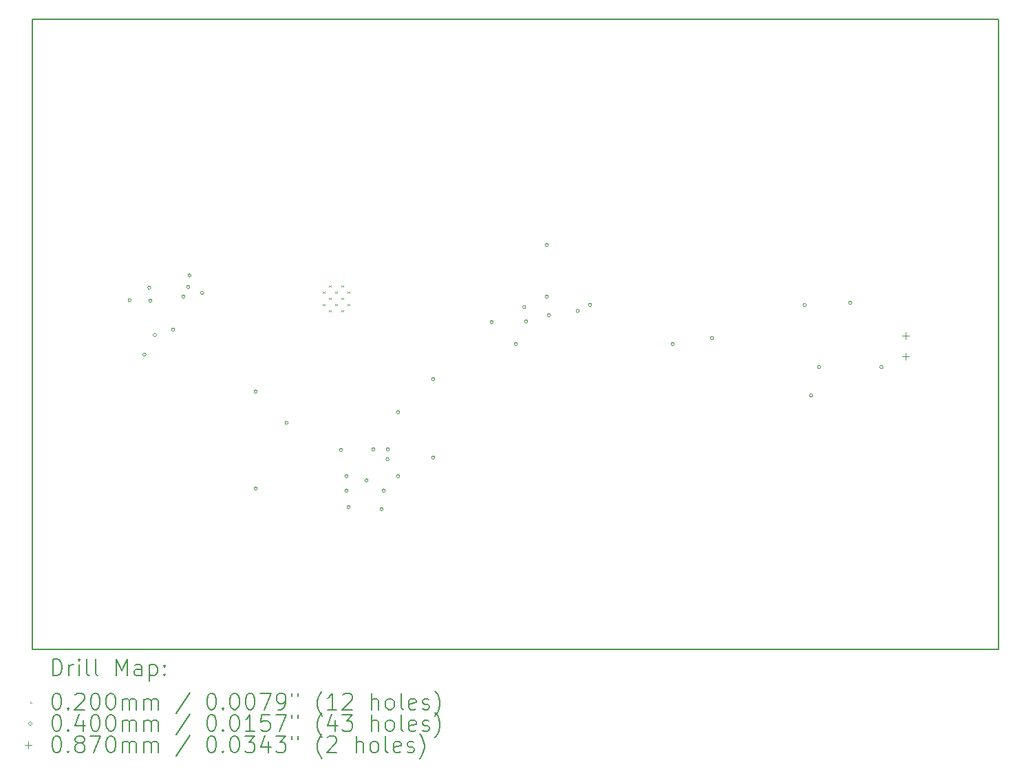
<source format=gbr>
%TF.GenerationSoftware,KiCad,Pcbnew,(6.0.11)*%
%TF.CreationDate,2023-02-28T10:49:57-05:00*%
%TF.ProjectId,RDNT_PCB,52444e54-5f50-4434-922e-6b696361645f,rev?*%
%TF.SameCoordinates,Original*%
%TF.FileFunction,Drillmap*%
%TF.FilePolarity,Positive*%
%FSLAX45Y45*%
G04 Gerber Fmt 4.5, Leading zero omitted, Abs format (unit mm)*
G04 Created by KiCad (PCBNEW (6.0.11)) date 2023-02-28 10:49:57*
%MOMM*%
%LPD*%
G01*
G04 APERTURE LIST*
%ADD10C,0.200000*%
%ADD11C,0.020000*%
%ADD12C,0.040000*%
%ADD13C,0.087000*%
G04 APERTURE END LIST*
D10*
X7010400Y-6565900D02*
X18897600Y-6565900D01*
X18897600Y-14325600D02*
X7010400Y-14325600D01*
X18897600Y-6565900D02*
X18897600Y-14325600D01*
X7010400Y-14325600D02*
X7010400Y-6565900D01*
D11*
X10581700Y-9921350D02*
X10601700Y-9941350D01*
X10601700Y-9921350D02*
X10581700Y-9941350D01*
X10581700Y-10073850D02*
X10601700Y-10093850D01*
X10601700Y-10073850D02*
X10581700Y-10093850D01*
X10657950Y-9845100D02*
X10677950Y-9865100D01*
X10677950Y-9845100D02*
X10657950Y-9865100D01*
X10657950Y-9997600D02*
X10677950Y-10017600D01*
X10677950Y-9997600D02*
X10657950Y-10017600D01*
X10657950Y-10150100D02*
X10677950Y-10170100D01*
X10677950Y-10150100D02*
X10657950Y-10170100D01*
X10734200Y-9921350D02*
X10754200Y-9941350D01*
X10754200Y-9921350D02*
X10734200Y-9941350D01*
X10734200Y-10073850D02*
X10754200Y-10093850D01*
X10754200Y-10073850D02*
X10734200Y-10093850D01*
X10810450Y-9845100D02*
X10830450Y-9865100D01*
X10830450Y-9845100D02*
X10810450Y-9865100D01*
X10810450Y-9997600D02*
X10830450Y-10017600D01*
X10830450Y-9997600D02*
X10810450Y-10017600D01*
X10810450Y-10150100D02*
X10830450Y-10170100D01*
X10830450Y-10150100D02*
X10810450Y-10170100D01*
X10886700Y-9921350D02*
X10906700Y-9941350D01*
X10906700Y-9921350D02*
X10886700Y-9941350D01*
X10886700Y-10073850D02*
X10906700Y-10093850D01*
X10906700Y-10073850D02*
X10886700Y-10093850D01*
D12*
X8224200Y-10027000D02*
G75*
G03*
X8224200Y-10027000I-20000J0D01*
G01*
X8405420Y-10696820D02*
G75*
G03*
X8405420Y-10696820I-20000J0D01*
G01*
X8465500Y-9872980D02*
G75*
G03*
X8465500Y-9872980I-20000J0D01*
G01*
X8478200Y-10033000D02*
G75*
G03*
X8478200Y-10033000I-20000J0D01*
G01*
X8534080Y-10454640D02*
G75*
G03*
X8534080Y-10454640I-20000J0D01*
G01*
X8757600Y-10388600D02*
G75*
G03*
X8757600Y-10388600I-20000J0D01*
G01*
X8884600Y-9982200D02*
G75*
G03*
X8884600Y-9982200I-20000J0D01*
G01*
X8945560Y-9865360D02*
G75*
G03*
X8945560Y-9865360I-20000J0D01*
G01*
X8960800Y-9721900D02*
G75*
G03*
X8960800Y-9721900I-20000J0D01*
G01*
X9116620Y-9937360D02*
G75*
G03*
X9116620Y-9937360I-20000J0D01*
G01*
X9773600Y-11150600D02*
G75*
G03*
X9773600Y-11150600I-20000J0D01*
G01*
X9773600Y-12344400D02*
G75*
G03*
X9773600Y-12344400I-20000J0D01*
G01*
X10154600Y-11536680D02*
G75*
G03*
X10154600Y-11536680I-20000J0D01*
G01*
X10825160Y-11871960D02*
G75*
G03*
X10825160Y-11871960I-20000J0D01*
G01*
X10891200Y-12192000D02*
G75*
G03*
X10891200Y-12192000I-20000J0D01*
G01*
X10891200Y-12369800D02*
G75*
G03*
X10891200Y-12369800I-20000J0D01*
G01*
X10916600Y-12573000D02*
G75*
G03*
X10916600Y-12573000I-20000J0D01*
G01*
X11139633Y-12243633D02*
G75*
G03*
X11139633Y-12243633I-20000J0D01*
G01*
X11221400Y-11861800D02*
G75*
G03*
X11221400Y-11861800I-20000J0D01*
G01*
X11323000Y-12598400D02*
G75*
G03*
X11323000Y-12598400I-20000J0D01*
G01*
X11348400Y-12369800D02*
G75*
G03*
X11348400Y-12369800I-20000J0D01*
G01*
X11396833Y-11986433D02*
G75*
G03*
X11396833Y-11986433I-20000J0D01*
G01*
X11399200Y-11861800D02*
G75*
G03*
X11399200Y-11861800I-20000J0D01*
G01*
X11526200Y-11404600D02*
G75*
G03*
X11526200Y-11404600I-20000J0D01*
G01*
X11526200Y-12192000D02*
G75*
G03*
X11526200Y-12192000I-20000J0D01*
G01*
X11958000Y-10998200D02*
G75*
G03*
X11958000Y-10998200I-20000J0D01*
G01*
X11958000Y-11963400D02*
G75*
G03*
X11958000Y-11963400I-20000J0D01*
G01*
X12679533Y-10297333D02*
G75*
G03*
X12679533Y-10297333I-20000J0D01*
G01*
X12974000Y-10566400D02*
G75*
G03*
X12974000Y-10566400I-20000J0D01*
G01*
X13077967Y-10111567D02*
G75*
G03*
X13077967Y-10111567I-20000J0D01*
G01*
X13101000Y-10288010D02*
G75*
G03*
X13101000Y-10288010I-20000J0D01*
G01*
X13355000Y-9347200D02*
G75*
G03*
X13355000Y-9347200I-20000J0D01*
G01*
X13355000Y-9982200D02*
G75*
G03*
X13355000Y-9982200I-20000J0D01*
G01*
X13380400Y-10210800D02*
G75*
G03*
X13380400Y-10210800I-20000J0D01*
G01*
X13736430Y-10159570D02*
G75*
G03*
X13736430Y-10159570I-20000J0D01*
G01*
X13888400Y-10083800D02*
G75*
G03*
X13888400Y-10083800I-20000J0D01*
G01*
X14904400Y-10566400D02*
G75*
G03*
X14904400Y-10566400I-20000J0D01*
G01*
X15388420Y-10492740D02*
G75*
G03*
X15388420Y-10492740I-20000J0D01*
G01*
X16527720Y-10087090D02*
G75*
G03*
X16527720Y-10087090I-20000J0D01*
G01*
X16606200Y-11200390D02*
G75*
G03*
X16606200Y-11200390I-20000J0D01*
G01*
X16707620Y-10848340D02*
G75*
G03*
X16707620Y-10848340I-20000J0D01*
G01*
X17088800Y-10058400D02*
G75*
G03*
X17088800Y-10058400I-20000J0D01*
G01*
X17472340Y-10848340D02*
G75*
G03*
X17472340Y-10848340I-20000J0D01*
G01*
D13*
X17752720Y-10423840D02*
X17752720Y-10510840D01*
X17709220Y-10467340D02*
X17796220Y-10467340D01*
X17752720Y-10677840D02*
X17752720Y-10764840D01*
X17709220Y-10721340D02*
X17796220Y-10721340D01*
D10*
X7258019Y-14646076D02*
X7258019Y-14446076D01*
X7305638Y-14446076D01*
X7334209Y-14455600D01*
X7353257Y-14474648D01*
X7362781Y-14493695D01*
X7372305Y-14531790D01*
X7372305Y-14560362D01*
X7362781Y-14598457D01*
X7353257Y-14617505D01*
X7334209Y-14636552D01*
X7305638Y-14646076D01*
X7258019Y-14646076D01*
X7458019Y-14646076D02*
X7458019Y-14512743D01*
X7458019Y-14550838D02*
X7467543Y-14531790D01*
X7477067Y-14522267D01*
X7496114Y-14512743D01*
X7515162Y-14512743D01*
X7581828Y-14646076D02*
X7581828Y-14512743D01*
X7581828Y-14446076D02*
X7572305Y-14455600D01*
X7581828Y-14465124D01*
X7591352Y-14455600D01*
X7581828Y-14446076D01*
X7581828Y-14465124D01*
X7705638Y-14646076D02*
X7686590Y-14636552D01*
X7677067Y-14617505D01*
X7677067Y-14446076D01*
X7810400Y-14646076D02*
X7791352Y-14636552D01*
X7781828Y-14617505D01*
X7781828Y-14446076D01*
X8038971Y-14646076D02*
X8038971Y-14446076D01*
X8105638Y-14588933D01*
X8172305Y-14446076D01*
X8172305Y-14646076D01*
X8353257Y-14646076D02*
X8353257Y-14541314D01*
X8343733Y-14522267D01*
X8324686Y-14512743D01*
X8286590Y-14512743D01*
X8267543Y-14522267D01*
X8353257Y-14636552D02*
X8334209Y-14646076D01*
X8286590Y-14646076D01*
X8267543Y-14636552D01*
X8258019Y-14617505D01*
X8258019Y-14598457D01*
X8267543Y-14579409D01*
X8286590Y-14569886D01*
X8334209Y-14569886D01*
X8353257Y-14560362D01*
X8448495Y-14512743D02*
X8448495Y-14712743D01*
X8448495Y-14522267D02*
X8467543Y-14512743D01*
X8505638Y-14512743D01*
X8524686Y-14522267D01*
X8534210Y-14531790D01*
X8543733Y-14550838D01*
X8543733Y-14607981D01*
X8534210Y-14627028D01*
X8524686Y-14636552D01*
X8505638Y-14646076D01*
X8467543Y-14646076D01*
X8448495Y-14636552D01*
X8629448Y-14627028D02*
X8638971Y-14636552D01*
X8629448Y-14646076D01*
X8619924Y-14636552D01*
X8629448Y-14627028D01*
X8629448Y-14646076D01*
X8629448Y-14522267D02*
X8638971Y-14531790D01*
X8629448Y-14541314D01*
X8619924Y-14531790D01*
X8629448Y-14522267D01*
X8629448Y-14541314D01*
D11*
X6980400Y-14965600D02*
X7000400Y-14985600D01*
X7000400Y-14965600D02*
X6980400Y-14985600D01*
D10*
X7296114Y-14866076D02*
X7315162Y-14866076D01*
X7334209Y-14875600D01*
X7343733Y-14885124D01*
X7353257Y-14904171D01*
X7362781Y-14942267D01*
X7362781Y-14989886D01*
X7353257Y-15027981D01*
X7343733Y-15047028D01*
X7334209Y-15056552D01*
X7315162Y-15066076D01*
X7296114Y-15066076D01*
X7277067Y-15056552D01*
X7267543Y-15047028D01*
X7258019Y-15027981D01*
X7248495Y-14989886D01*
X7248495Y-14942267D01*
X7258019Y-14904171D01*
X7267543Y-14885124D01*
X7277067Y-14875600D01*
X7296114Y-14866076D01*
X7448495Y-15047028D02*
X7458019Y-15056552D01*
X7448495Y-15066076D01*
X7438971Y-15056552D01*
X7448495Y-15047028D01*
X7448495Y-15066076D01*
X7534209Y-14885124D02*
X7543733Y-14875600D01*
X7562781Y-14866076D01*
X7610400Y-14866076D01*
X7629448Y-14875600D01*
X7638971Y-14885124D01*
X7648495Y-14904171D01*
X7648495Y-14923219D01*
X7638971Y-14951790D01*
X7524686Y-15066076D01*
X7648495Y-15066076D01*
X7772305Y-14866076D02*
X7791352Y-14866076D01*
X7810400Y-14875600D01*
X7819924Y-14885124D01*
X7829448Y-14904171D01*
X7838971Y-14942267D01*
X7838971Y-14989886D01*
X7829448Y-15027981D01*
X7819924Y-15047028D01*
X7810400Y-15056552D01*
X7791352Y-15066076D01*
X7772305Y-15066076D01*
X7753257Y-15056552D01*
X7743733Y-15047028D01*
X7734209Y-15027981D01*
X7724686Y-14989886D01*
X7724686Y-14942267D01*
X7734209Y-14904171D01*
X7743733Y-14885124D01*
X7753257Y-14875600D01*
X7772305Y-14866076D01*
X7962781Y-14866076D02*
X7981828Y-14866076D01*
X8000876Y-14875600D01*
X8010400Y-14885124D01*
X8019924Y-14904171D01*
X8029448Y-14942267D01*
X8029448Y-14989886D01*
X8019924Y-15027981D01*
X8010400Y-15047028D01*
X8000876Y-15056552D01*
X7981828Y-15066076D01*
X7962781Y-15066076D01*
X7943733Y-15056552D01*
X7934209Y-15047028D01*
X7924686Y-15027981D01*
X7915162Y-14989886D01*
X7915162Y-14942267D01*
X7924686Y-14904171D01*
X7934209Y-14885124D01*
X7943733Y-14875600D01*
X7962781Y-14866076D01*
X8115162Y-15066076D02*
X8115162Y-14932743D01*
X8115162Y-14951790D02*
X8124686Y-14942267D01*
X8143733Y-14932743D01*
X8172305Y-14932743D01*
X8191352Y-14942267D01*
X8200876Y-14961314D01*
X8200876Y-15066076D01*
X8200876Y-14961314D02*
X8210400Y-14942267D01*
X8229448Y-14932743D01*
X8258019Y-14932743D01*
X8277067Y-14942267D01*
X8286590Y-14961314D01*
X8286590Y-15066076D01*
X8381828Y-15066076D02*
X8381828Y-14932743D01*
X8381828Y-14951790D02*
X8391352Y-14942267D01*
X8410400Y-14932743D01*
X8438971Y-14932743D01*
X8458019Y-14942267D01*
X8467543Y-14961314D01*
X8467543Y-15066076D01*
X8467543Y-14961314D02*
X8477067Y-14942267D01*
X8496114Y-14932743D01*
X8524686Y-14932743D01*
X8543733Y-14942267D01*
X8553257Y-14961314D01*
X8553257Y-15066076D01*
X8943733Y-14856552D02*
X8772305Y-15113695D01*
X9200876Y-14866076D02*
X9219924Y-14866076D01*
X9238971Y-14875600D01*
X9248495Y-14885124D01*
X9258019Y-14904171D01*
X9267543Y-14942267D01*
X9267543Y-14989886D01*
X9258019Y-15027981D01*
X9248495Y-15047028D01*
X9238971Y-15056552D01*
X9219924Y-15066076D01*
X9200876Y-15066076D01*
X9181829Y-15056552D01*
X9172305Y-15047028D01*
X9162781Y-15027981D01*
X9153257Y-14989886D01*
X9153257Y-14942267D01*
X9162781Y-14904171D01*
X9172305Y-14885124D01*
X9181829Y-14875600D01*
X9200876Y-14866076D01*
X9353257Y-15047028D02*
X9362781Y-15056552D01*
X9353257Y-15066076D01*
X9343733Y-15056552D01*
X9353257Y-15047028D01*
X9353257Y-15066076D01*
X9486590Y-14866076D02*
X9505638Y-14866076D01*
X9524686Y-14875600D01*
X9534210Y-14885124D01*
X9543733Y-14904171D01*
X9553257Y-14942267D01*
X9553257Y-14989886D01*
X9543733Y-15027981D01*
X9534210Y-15047028D01*
X9524686Y-15056552D01*
X9505638Y-15066076D01*
X9486590Y-15066076D01*
X9467543Y-15056552D01*
X9458019Y-15047028D01*
X9448495Y-15027981D01*
X9438971Y-14989886D01*
X9438971Y-14942267D01*
X9448495Y-14904171D01*
X9458019Y-14885124D01*
X9467543Y-14875600D01*
X9486590Y-14866076D01*
X9677067Y-14866076D02*
X9696114Y-14866076D01*
X9715162Y-14875600D01*
X9724686Y-14885124D01*
X9734210Y-14904171D01*
X9743733Y-14942267D01*
X9743733Y-14989886D01*
X9734210Y-15027981D01*
X9724686Y-15047028D01*
X9715162Y-15056552D01*
X9696114Y-15066076D01*
X9677067Y-15066076D01*
X9658019Y-15056552D01*
X9648495Y-15047028D01*
X9638971Y-15027981D01*
X9629448Y-14989886D01*
X9629448Y-14942267D01*
X9638971Y-14904171D01*
X9648495Y-14885124D01*
X9658019Y-14875600D01*
X9677067Y-14866076D01*
X9810400Y-14866076D02*
X9943733Y-14866076D01*
X9858019Y-15066076D01*
X10029448Y-15066076D02*
X10067543Y-15066076D01*
X10086590Y-15056552D01*
X10096114Y-15047028D01*
X10115162Y-15018457D01*
X10124686Y-14980362D01*
X10124686Y-14904171D01*
X10115162Y-14885124D01*
X10105638Y-14875600D01*
X10086590Y-14866076D01*
X10048495Y-14866076D01*
X10029448Y-14875600D01*
X10019924Y-14885124D01*
X10010400Y-14904171D01*
X10010400Y-14951790D01*
X10019924Y-14970838D01*
X10029448Y-14980362D01*
X10048495Y-14989886D01*
X10086590Y-14989886D01*
X10105638Y-14980362D01*
X10115162Y-14970838D01*
X10124686Y-14951790D01*
X10200876Y-14866076D02*
X10200876Y-14904171D01*
X10277067Y-14866076D02*
X10277067Y-14904171D01*
X10572305Y-15142267D02*
X10562781Y-15132743D01*
X10543733Y-15104171D01*
X10534210Y-15085124D01*
X10524686Y-15056552D01*
X10515162Y-15008933D01*
X10515162Y-14970838D01*
X10524686Y-14923219D01*
X10534210Y-14894648D01*
X10543733Y-14875600D01*
X10562781Y-14847028D01*
X10572305Y-14837505D01*
X10753257Y-15066076D02*
X10638971Y-15066076D01*
X10696114Y-15066076D02*
X10696114Y-14866076D01*
X10677067Y-14894648D01*
X10658019Y-14913695D01*
X10638971Y-14923219D01*
X10829448Y-14885124D02*
X10838971Y-14875600D01*
X10858019Y-14866076D01*
X10905638Y-14866076D01*
X10924686Y-14875600D01*
X10934210Y-14885124D01*
X10943733Y-14904171D01*
X10943733Y-14923219D01*
X10934210Y-14951790D01*
X10819924Y-15066076D01*
X10943733Y-15066076D01*
X11181829Y-15066076D02*
X11181829Y-14866076D01*
X11267543Y-15066076D02*
X11267543Y-14961314D01*
X11258019Y-14942267D01*
X11238971Y-14932743D01*
X11210400Y-14932743D01*
X11191352Y-14942267D01*
X11181829Y-14951790D01*
X11391352Y-15066076D02*
X11372305Y-15056552D01*
X11362781Y-15047028D01*
X11353257Y-15027981D01*
X11353257Y-14970838D01*
X11362781Y-14951790D01*
X11372305Y-14942267D01*
X11391352Y-14932743D01*
X11419924Y-14932743D01*
X11438971Y-14942267D01*
X11448495Y-14951790D01*
X11458019Y-14970838D01*
X11458019Y-15027981D01*
X11448495Y-15047028D01*
X11438971Y-15056552D01*
X11419924Y-15066076D01*
X11391352Y-15066076D01*
X11572305Y-15066076D02*
X11553257Y-15056552D01*
X11543733Y-15037505D01*
X11543733Y-14866076D01*
X11724686Y-15056552D02*
X11705638Y-15066076D01*
X11667543Y-15066076D01*
X11648495Y-15056552D01*
X11638971Y-15037505D01*
X11638971Y-14961314D01*
X11648495Y-14942267D01*
X11667543Y-14932743D01*
X11705638Y-14932743D01*
X11724686Y-14942267D01*
X11734209Y-14961314D01*
X11734209Y-14980362D01*
X11638971Y-14999409D01*
X11810400Y-15056552D02*
X11829448Y-15066076D01*
X11867543Y-15066076D01*
X11886590Y-15056552D01*
X11896114Y-15037505D01*
X11896114Y-15027981D01*
X11886590Y-15008933D01*
X11867543Y-14999409D01*
X11838971Y-14999409D01*
X11819924Y-14989886D01*
X11810400Y-14970838D01*
X11810400Y-14961314D01*
X11819924Y-14942267D01*
X11838971Y-14932743D01*
X11867543Y-14932743D01*
X11886590Y-14942267D01*
X11962781Y-15142267D02*
X11972305Y-15132743D01*
X11991352Y-15104171D01*
X12000876Y-15085124D01*
X12010400Y-15056552D01*
X12019924Y-15008933D01*
X12019924Y-14970838D01*
X12010400Y-14923219D01*
X12000876Y-14894648D01*
X11991352Y-14875600D01*
X11972305Y-14847028D01*
X11962781Y-14837505D01*
D12*
X7000400Y-15239600D02*
G75*
G03*
X7000400Y-15239600I-20000J0D01*
G01*
D10*
X7296114Y-15130076D02*
X7315162Y-15130076D01*
X7334209Y-15139600D01*
X7343733Y-15149124D01*
X7353257Y-15168171D01*
X7362781Y-15206267D01*
X7362781Y-15253886D01*
X7353257Y-15291981D01*
X7343733Y-15311028D01*
X7334209Y-15320552D01*
X7315162Y-15330076D01*
X7296114Y-15330076D01*
X7277067Y-15320552D01*
X7267543Y-15311028D01*
X7258019Y-15291981D01*
X7248495Y-15253886D01*
X7248495Y-15206267D01*
X7258019Y-15168171D01*
X7267543Y-15149124D01*
X7277067Y-15139600D01*
X7296114Y-15130076D01*
X7448495Y-15311028D02*
X7458019Y-15320552D01*
X7448495Y-15330076D01*
X7438971Y-15320552D01*
X7448495Y-15311028D01*
X7448495Y-15330076D01*
X7629448Y-15196743D02*
X7629448Y-15330076D01*
X7581828Y-15120552D02*
X7534209Y-15263409D01*
X7658019Y-15263409D01*
X7772305Y-15130076D02*
X7791352Y-15130076D01*
X7810400Y-15139600D01*
X7819924Y-15149124D01*
X7829448Y-15168171D01*
X7838971Y-15206267D01*
X7838971Y-15253886D01*
X7829448Y-15291981D01*
X7819924Y-15311028D01*
X7810400Y-15320552D01*
X7791352Y-15330076D01*
X7772305Y-15330076D01*
X7753257Y-15320552D01*
X7743733Y-15311028D01*
X7734209Y-15291981D01*
X7724686Y-15253886D01*
X7724686Y-15206267D01*
X7734209Y-15168171D01*
X7743733Y-15149124D01*
X7753257Y-15139600D01*
X7772305Y-15130076D01*
X7962781Y-15130076D02*
X7981828Y-15130076D01*
X8000876Y-15139600D01*
X8010400Y-15149124D01*
X8019924Y-15168171D01*
X8029448Y-15206267D01*
X8029448Y-15253886D01*
X8019924Y-15291981D01*
X8010400Y-15311028D01*
X8000876Y-15320552D01*
X7981828Y-15330076D01*
X7962781Y-15330076D01*
X7943733Y-15320552D01*
X7934209Y-15311028D01*
X7924686Y-15291981D01*
X7915162Y-15253886D01*
X7915162Y-15206267D01*
X7924686Y-15168171D01*
X7934209Y-15149124D01*
X7943733Y-15139600D01*
X7962781Y-15130076D01*
X8115162Y-15330076D02*
X8115162Y-15196743D01*
X8115162Y-15215790D02*
X8124686Y-15206267D01*
X8143733Y-15196743D01*
X8172305Y-15196743D01*
X8191352Y-15206267D01*
X8200876Y-15225314D01*
X8200876Y-15330076D01*
X8200876Y-15225314D02*
X8210400Y-15206267D01*
X8229448Y-15196743D01*
X8258019Y-15196743D01*
X8277067Y-15206267D01*
X8286590Y-15225314D01*
X8286590Y-15330076D01*
X8381828Y-15330076D02*
X8381828Y-15196743D01*
X8381828Y-15215790D02*
X8391352Y-15206267D01*
X8410400Y-15196743D01*
X8438971Y-15196743D01*
X8458019Y-15206267D01*
X8467543Y-15225314D01*
X8467543Y-15330076D01*
X8467543Y-15225314D02*
X8477067Y-15206267D01*
X8496114Y-15196743D01*
X8524686Y-15196743D01*
X8543733Y-15206267D01*
X8553257Y-15225314D01*
X8553257Y-15330076D01*
X8943733Y-15120552D02*
X8772305Y-15377695D01*
X9200876Y-15130076D02*
X9219924Y-15130076D01*
X9238971Y-15139600D01*
X9248495Y-15149124D01*
X9258019Y-15168171D01*
X9267543Y-15206267D01*
X9267543Y-15253886D01*
X9258019Y-15291981D01*
X9248495Y-15311028D01*
X9238971Y-15320552D01*
X9219924Y-15330076D01*
X9200876Y-15330076D01*
X9181829Y-15320552D01*
X9172305Y-15311028D01*
X9162781Y-15291981D01*
X9153257Y-15253886D01*
X9153257Y-15206267D01*
X9162781Y-15168171D01*
X9172305Y-15149124D01*
X9181829Y-15139600D01*
X9200876Y-15130076D01*
X9353257Y-15311028D02*
X9362781Y-15320552D01*
X9353257Y-15330076D01*
X9343733Y-15320552D01*
X9353257Y-15311028D01*
X9353257Y-15330076D01*
X9486590Y-15130076D02*
X9505638Y-15130076D01*
X9524686Y-15139600D01*
X9534210Y-15149124D01*
X9543733Y-15168171D01*
X9553257Y-15206267D01*
X9553257Y-15253886D01*
X9543733Y-15291981D01*
X9534210Y-15311028D01*
X9524686Y-15320552D01*
X9505638Y-15330076D01*
X9486590Y-15330076D01*
X9467543Y-15320552D01*
X9458019Y-15311028D01*
X9448495Y-15291981D01*
X9438971Y-15253886D01*
X9438971Y-15206267D01*
X9448495Y-15168171D01*
X9458019Y-15149124D01*
X9467543Y-15139600D01*
X9486590Y-15130076D01*
X9743733Y-15330076D02*
X9629448Y-15330076D01*
X9686590Y-15330076D02*
X9686590Y-15130076D01*
X9667543Y-15158648D01*
X9648495Y-15177695D01*
X9629448Y-15187219D01*
X9924686Y-15130076D02*
X9829448Y-15130076D01*
X9819924Y-15225314D01*
X9829448Y-15215790D01*
X9848495Y-15206267D01*
X9896114Y-15206267D01*
X9915162Y-15215790D01*
X9924686Y-15225314D01*
X9934210Y-15244362D01*
X9934210Y-15291981D01*
X9924686Y-15311028D01*
X9915162Y-15320552D01*
X9896114Y-15330076D01*
X9848495Y-15330076D01*
X9829448Y-15320552D01*
X9819924Y-15311028D01*
X10000876Y-15130076D02*
X10134210Y-15130076D01*
X10048495Y-15330076D01*
X10200876Y-15130076D02*
X10200876Y-15168171D01*
X10277067Y-15130076D02*
X10277067Y-15168171D01*
X10572305Y-15406267D02*
X10562781Y-15396743D01*
X10543733Y-15368171D01*
X10534210Y-15349124D01*
X10524686Y-15320552D01*
X10515162Y-15272933D01*
X10515162Y-15234838D01*
X10524686Y-15187219D01*
X10534210Y-15158648D01*
X10543733Y-15139600D01*
X10562781Y-15111028D01*
X10572305Y-15101505D01*
X10734210Y-15196743D02*
X10734210Y-15330076D01*
X10686590Y-15120552D02*
X10638971Y-15263409D01*
X10762781Y-15263409D01*
X10819924Y-15130076D02*
X10943733Y-15130076D01*
X10877067Y-15206267D01*
X10905638Y-15206267D01*
X10924686Y-15215790D01*
X10934210Y-15225314D01*
X10943733Y-15244362D01*
X10943733Y-15291981D01*
X10934210Y-15311028D01*
X10924686Y-15320552D01*
X10905638Y-15330076D01*
X10848495Y-15330076D01*
X10829448Y-15320552D01*
X10819924Y-15311028D01*
X11181829Y-15330076D02*
X11181829Y-15130076D01*
X11267543Y-15330076D02*
X11267543Y-15225314D01*
X11258019Y-15206267D01*
X11238971Y-15196743D01*
X11210400Y-15196743D01*
X11191352Y-15206267D01*
X11181829Y-15215790D01*
X11391352Y-15330076D02*
X11372305Y-15320552D01*
X11362781Y-15311028D01*
X11353257Y-15291981D01*
X11353257Y-15234838D01*
X11362781Y-15215790D01*
X11372305Y-15206267D01*
X11391352Y-15196743D01*
X11419924Y-15196743D01*
X11438971Y-15206267D01*
X11448495Y-15215790D01*
X11458019Y-15234838D01*
X11458019Y-15291981D01*
X11448495Y-15311028D01*
X11438971Y-15320552D01*
X11419924Y-15330076D01*
X11391352Y-15330076D01*
X11572305Y-15330076D02*
X11553257Y-15320552D01*
X11543733Y-15301505D01*
X11543733Y-15130076D01*
X11724686Y-15320552D02*
X11705638Y-15330076D01*
X11667543Y-15330076D01*
X11648495Y-15320552D01*
X11638971Y-15301505D01*
X11638971Y-15225314D01*
X11648495Y-15206267D01*
X11667543Y-15196743D01*
X11705638Y-15196743D01*
X11724686Y-15206267D01*
X11734209Y-15225314D01*
X11734209Y-15244362D01*
X11638971Y-15263409D01*
X11810400Y-15320552D02*
X11829448Y-15330076D01*
X11867543Y-15330076D01*
X11886590Y-15320552D01*
X11896114Y-15301505D01*
X11896114Y-15291981D01*
X11886590Y-15272933D01*
X11867543Y-15263409D01*
X11838971Y-15263409D01*
X11819924Y-15253886D01*
X11810400Y-15234838D01*
X11810400Y-15225314D01*
X11819924Y-15206267D01*
X11838971Y-15196743D01*
X11867543Y-15196743D01*
X11886590Y-15206267D01*
X11962781Y-15406267D02*
X11972305Y-15396743D01*
X11991352Y-15368171D01*
X12000876Y-15349124D01*
X12010400Y-15320552D01*
X12019924Y-15272933D01*
X12019924Y-15234838D01*
X12010400Y-15187219D01*
X12000876Y-15158648D01*
X11991352Y-15139600D01*
X11972305Y-15111028D01*
X11962781Y-15101505D01*
D13*
X6956900Y-15460100D02*
X6956900Y-15547100D01*
X6913400Y-15503600D02*
X7000400Y-15503600D01*
D10*
X7296114Y-15394076D02*
X7315162Y-15394076D01*
X7334209Y-15403600D01*
X7343733Y-15413124D01*
X7353257Y-15432171D01*
X7362781Y-15470267D01*
X7362781Y-15517886D01*
X7353257Y-15555981D01*
X7343733Y-15575028D01*
X7334209Y-15584552D01*
X7315162Y-15594076D01*
X7296114Y-15594076D01*
X7277067Y-15584552D01*
X7267543Y-15575028D01*
X7258019Y-15555981D01*
X7248495Y-15517886D01*
X7248495Y-15470267D01*
X7258019Y-15432171D01*
X7267543Y-15413124D01*
X7277067Y-15403600D01*
X7296114Y-15394076D01*
X7448495Y-15575028D02*
X7458019Y-15584552D01*
X7448495Y-15594076D01*
X7438971Y-15584552D01*
X7448495Y-15575028D01*
X7448495Y-15594076D01*
X7572305Y-15479790D02*
X7553257Y-15470267D01*
X7543733Y-15460743D01*
X7534209Y-15441695D01*
X7534209Y-15432171D01*
X7543733Y-15413124D01*
X7553257Y-15403600D01*
X7572305Y-15394076D01*
X7610400Y-15394076D01*
X7629448Y-15403600D01*
X7638971Y-15413124D01*
X7648495Y-15432171D01*
X7648495Y-15441695D01*
X7638971Y-15460743D01*
X7629448Y-15470267D01*
X7610400Y-15479790D01*
X7572305Y-15479790D01*
X7553257Y-15489314D01*
X7543733Y-15498838D01*
X7534209Y-15517886D01*
X7534209Y-15555981D01*
X7543733Y-15575028D01*
X7553257Y-15584552D01*
X7572305Y-15594076D01*
X7610400Y-15594076D01*
X7629448Y-15584552D01*
X7638971Y-15575028D01*
X7648495Y-15555981D01*
X7648495Y-15517886D01*
X7638971Y-15498838D01*
X7629448Y-15489314D01*
X7610400Y-15479790D01*
X7715162Y-15394076D02*
X7848495Y-15394076D01*
X7762781Y-15594076D01*
X7962781Y-15394076D02*
X7981828Y-15394076D01*
X8000876Y-15403600D01*
X8010400Y-15413124D01*
X8019924Y-15432171D01*
X8029448Y-15470267D01*
X8029448Y-15517886D01*
X8019924Y-15555981D01*
X8010400Y-15575028D01*
X8000876Y-15584552D01*
X7981828Y-15594076D01*
X7962781Y-15594076D01*
X7943733Y-15584552D01*
X7934209Y-15575028D01*
X7924686Y-15555981D01*
X7915162Y-15517886D01*
X7915162Y-15470267D01*
X7924686Y-15432171D01*
X7934209Y-15413124D01*
X7943733Y-15403600D01*
X7962781Y-15394076D01*
X8115162Y-15594076D02*
X8115162Y-15460743D01*
X8115162Y-15479790D02*
X8124686Y-15470267D01*
X8143733Y-15460743D01*
X8172305Y-15460743D01*
X8191352Y-15470267D01*
X8200876Y-15489314D01*
X8200876Y-15594076D01*
X8200876Y-15489314D02*
X8210400Y-15470267D01*
X8229448Y-15460743D01*
X8258019Y-15460743D01*
X8277067Y-15470267D01*
X8286590Y-15489314D01*
X8286590Y-15594076D01*
X8381828Y-15594076D02*
X8381828Y-15460743D01*
X8381828Y-15479790D02*
X8391352Y-15470267D01*
X8410400Y-15460743D01*
X8438971Y-15460743D01*
X8458019Y-15470267D01*
X8467543Y-15489314D01*
X8467543Y-15594076D01*
X8467543Y-15489314D02*
X8477067Y-15470267D01*
X8496114Y-15460743D01*
X8524686Y-15460743D01*
X8543733Y-15470267D01*
X8553257Y-15489314D01*
X8553257Y-15594076D01*
X8943733Y-15384552D02*
X8772305Y-15641695D01*
X9200876Y-15394076D02*
X9219924Y-15394076D01*
X9238971Y-15403600D01*
X9248495Y-15413124D01*
X9258019Y-15432171D01*
X9267543Y-15470267D01*
X9267543Y-15517886D01*
X9258019Y-15555981D01*
X9248495Y-15575028D01*
X9238971Y-15584552D01*
X9219924Y-15594076D01*
X9200876Y-15594076D01*
X9181829Y-15584552D01*
X9172305Y-15575028D01*
X9162781Y-15555981D01*
X9153257Y-15517886D01*
X9153257Y-15470267D01*
X9162781Y-15432171D01*
X9172305Y-15413124D01*
X9181829Y-15403600D01*
X9200876Y-15394076D01*
X9353257Y-15575028D02*
X9362781Y-15584552D01*
X9353257Y-15594076D01*
X9343733Y-15584552D01*
X9353257Y-15575028D01*
X9353257Y-15594076D01*
X9486590Y-15394076D02*
X9505638Y-15394076D01*
X9524686Y-15403600D01*
X9534210Y-15413124D01*
X9543733Y-15432171D01*
X9553257Y-15470267D01*
X9553257Y-15517886D01*
X9543733Y-15555981D01*
X9534210Y-15575028D01*
X9524686Y-15584552D01*
X9505638Y-15594076D01*
X9486590Y-15594076D01*
X9467543Y-15584552D01*
X9458019Y-15575028D01*
X9448495Y-15555981D01*
X9438971Y-15517886D01*
X9438971Y-15470267D01*
X9448495Y-15432171D01*
X9458019Y-15413124D01*
X9467543Y-15403600D01*
X9486590Y-15394076D01*
X9619924Y-15394076D02*
X9743733Y-15394076D01*
X9677067Y-15470267D01*
X9705638Y-15470267D01*
X9724686Y-15479790D01*
X9734210Y-15489314D01*
X9743733Y-15508362D01*
X9743733Y-15555981D01*
X9734210Y-15575028D01*
X9724686Y-15584552D01*
X9705638Y-15594076D01*
X9648495Y-15594076D01*
X9629448Y-15584552D01*
X9619924Y-15575028D01*
X9915162Y-15460743D02*
X9915162Y-15594076D01*
X9867543Y-15384552D02*
X9819924Y-15527409D01*
X9943733Y-15527409D01*
X10000876Y-15394076D02*
X10124686Y-15394076D01*
X10058019Y-15470267D01*
X10086590Y-15470267D01*
X10105638Y-15479790D01*
X10115162Y-15489314D01*
X10124686Y-15508362D01*
X10124686Y-15555981D01*
X10115162Y-15575028D01*
X10105638Y-15584552D01*
X10086590Y-15594076D01*
X10029448Y-15594076D01*
X10010400Y-15584552D01*
X10000876Y-15575028D01*
X10200876Y-15394076D02*
X10200876Y-15432171D01*
X10277067Y-15394076D02*
X10277067Y-15432171D01*
X10572305Y-15670267D02*
X10562781Y-15660743D01*
X10543733Y-15632171D01*
X10534210Y-15613124D01*
X10524686Y-15584552D01*
X10515162Y-15536933D01*
X10515162Y-15498838D01*
X10524686Y-15451219D01*
X10534210Y-15422648D01*
X10543733Y-15403600D01*
X10562781Y-15375028D01*
X10572305Y-15365505D01*
X10638971Y-15413124D02*
X10648495Y-15403600D01*
X10667543Y-15394076D01*
X10715162Y-15394076D01*
X10734210Y-15403600D01*
X10743733Y-15413124D01*
X10753257Y-15432171D01*
X10753257Y-15451219D01*
X10743733Y-15479790D01*
X10629448Y-15594076D01*
X10753257Y-15594076D01*
X10991352Y-15594076D02*
X10991352Y-15394076D01*
X11077067Y-15594076D02*
X11077067Y-15489314D01*
X11067543Y-15470267D01*
X11048495Y-15460743D01*
X11019924Y-15460743D01*
X11000876Y-15470267D01*
X10991352Y-15479790D01*
X11200876Y-15594076D02*
X11181829Y-15584552D01*
X11172305Y-15575028D01*
X11162781Y-15555981D01*
X11162781Y-15498838D01*
X11172305Y-15479790D01*
X11181829Y-15470267D01*
X11200876Y-15460743D01*
X11229448Y-15460743D01*
X11248495Y-15470267D01*
X11258019Y-15479790D01*
X11267543Y-15498838D01*
X11267543Y-15555981D01*
X11258019Y-15575028D01*
X11248495Y-15584552D01*
X11229448Y-15594076D01*
X11200876Y-15594076D01*
X11381828Y-15594076D02*
X11362781Y-15584552D01*
X11353257Y-15565505D01*
X11353257Y-15394076D01*
X11534209Y-15584552D02*
X11515162Y-15594076D01*
X11477067Y-15594076D01*
X11458019Y-15584552D01*
X11448495Y-15565505D01*
X11448495Y-15489314D01*
X11458019Y-15470267D01*
X11477067Y-15460743D01*
X11515162Y-15460743D01*
X11534209Y-15470267D01*
X11543733Y-15489314D01*
X11543733Y-15508362D01*
X11448495Y-15527409D01*
X11619924Y-15584552D02*
X11638971Y-15594076D01*
X11677067Y-15594076D01*
X11696114Y-15584552D01*
X11705638Y-15565505D01*
X11705638Y-15555981D01*
X11696114Y-15536933D01*
X11677067Y-15527409D01*
X11648495Y-15527409D01*
X11629448Y-15517886D01*
X11619924Y-15498838D01*
X11619924Y-15489314D01*
X11629448Y-15470267D01*
X11648495Y-15460743D01*
X11677067Y-15460743D01*
X11696114Y-15470267D01*
X11772305Y-15670267D02*
X11781828Y-15660743D01*
X11800876Y-15632171D01*
X11810400Y-15613124D01*
X11819924Y-15584552D01*
X11829448Y-15536933D01*
X11829448Y-15498838D01*
X11819924Y-15451219D01*
X11810400Y-15422648D01*
X11800876Y-15403600D01*
X11781828Y-15375028D01*
X11772305Y-15365505D01*
M02*

</source>
